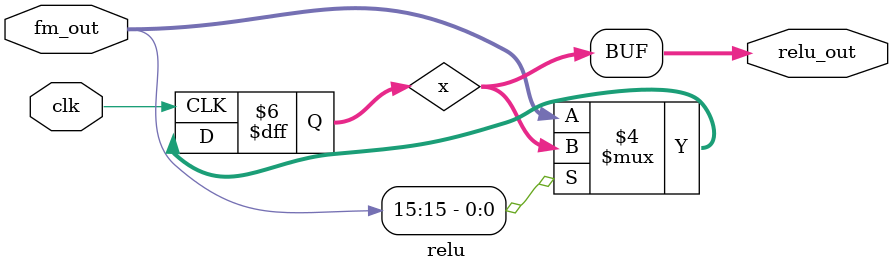
<source format=v>
/* verilator lint_off COMBDLY */
module relu (
	input clk,
	input [15:0] fm_out,
	output [15:0] relu_out
);
	reg [15:0] x = 16'b0 ;
	always @(posedge clk) begin
		if (!fm_out[15])
			x<= fm_out ;
	end
	assign relu_out = x ; 
endmodule 

</source>
